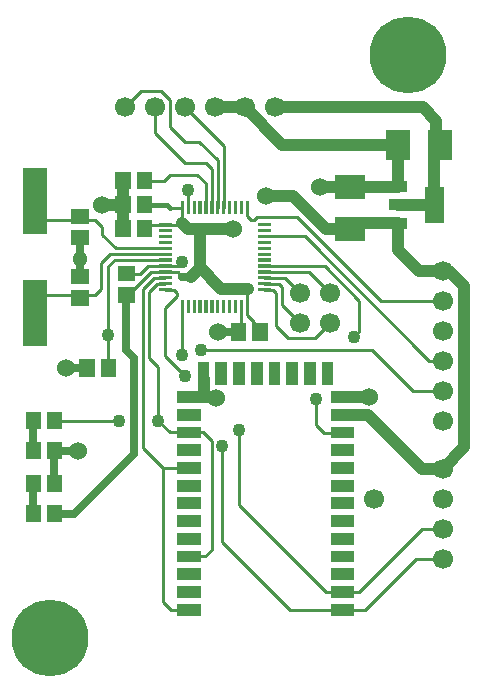
<source format=gbr>
G04 start of page 2 for group 0 idx 0 *
G04 Title: (unknown), component *
G04 Creator: pcb v4.1.3-ge2c36c29 *
G04 CreationDate: Sun Jul 18 18:04:05 2021 UTC *
G04 For: p *
G04 Format: Gerber/RS-274X *
G04 PCB-Dimensions (mil): 6000.00 5000.00 *
G04 PCB-Coordinate-Origin: lower left *
%MOIN*%
%FSLAX25Y25*%
%LNTOP*%
%ADD26C,0.0394*%
%ADD25C,0.1220*%
%ADD24C,0.0354*%
%ADD23C,0.0197*%
%ADD22C,0.2638*%
%ADD21C,0.2559*%
%ADD20C,0.0600*%
%ADD19C,0.0512*%
%ADD18C,0.0433*%
%ADD17C,0.0001*%
%ADD16C,0.0669*%
%ADD15C,0.0257*%
%ADD14C,0.0179*%
%ADD13C,0.0250*%
%ADD12C,0.0400*%
%ADD11C,0.0100*%
G54D11*X339500Y191000D02*X344500D01*
X327500Y185000D02*X344500D01*
X345000Y190906D02*X350406D01*
X345000Y185000D02*X352500D01*
X339500Y191000D02*X310500Y220000D01*
X350406Y190906D02*X371500Y212000D01*
X378500D01*
X352500Y185000D02*X369500Y202000D01*
X378500D01*
X305036Y207464D02*X327500Y185000D01*
X311359Y285859D02*Y278445D01*
X310414Y277500D01*
X313327Y285971D02*Y283173D01*
X315500Y281000D01*
Y279000D01*
X313327Y286343D02*Y291715D01*
G54D12*X304641Y292029D02*X313641D01*
G54D11*X313327Y291715D02*X313641Y292029D01*
X291674Y285971D02*Y269971D01*
G54D13*X303414Y277500D02*X310414D01*
G54D12*X354000Y255866D02*X345000D01*
X353625Y249961D02*X345000D01*
G54D11*X355000Y271457D02*X368457Y258000D01*
X336139Y255357D02*Y246695D01*
X338894Y243939D01*
X344013D01*
G54D12*X385586Y293000D02*Y239086D01*
X378500Y232000D01*
X371586D01*
X353625Y249961D01*
G54D11*X368457Y258000D02*X378500D01*
X319029Y297579D02*X333878D01*
X341000Y290457D01*
X319029Y295611D02*X325846D01*
X331000Y290457D01*
X319029Y293642D02*X323815D01*
X325000Y292457D01*
X339191Y299548D02*X350706Y288034D01*
Y277798D02*X348737Y275829D01*
X332499Y309390D02*X373889Y268000D01*
X378500D01*
X357826Y288000D02*X378692D01*
X325000Y292457D02*Y286457D01*
X323000Y290457D02*Y279457D01*
X325000Y286457D02*X331000Y280457D01*
X319029Y291674D02*X321783D01*
X323000Y290457D01*
X298000Y271457D02*X355000D01*
X323000Y279457D02*X327000Y275457D01*
X336000D01*
X341000Y280457D01*
X350706Y288034D02*Y277798D01*
X305452Y319029D02*Y339548D01*
X313326Y319029D02*Y316260D01*
X314586Y315000D01*
X315586D01*
X316586Y316000D01*
X305452Y339548D02*X292500Y352500D01*
G54D12*X312500D02*X325029Y339971D01*
G54D11*X282500Y344000D02*Y352500D01*
X287500Y355000D02*Y346000D01*
X292500Y341000D01*
X297330D01*
X285612Y328000D02*X287641Y330029D01*
G54D14*X286670Y320000D02*X287673Y318997D01*
G54D11*X291673D01*
X287641Y330029D02*X296641D01*
X299547Y327123D01*
Y319029D01*
G54D12*X319586Y323000D02*X328586D01*
G54D11*X316586Y316000D02*X329826D01*
X267484Y303484D02*X285971D01*
X265000Y310000D02*X269548Y305452D01*
X285971D01*
Y301515D02*X269058D01*
X267000Y299457D01*
X264484Y300484D02*X267484Y303484D01*
X242500Y290000D02*X262500D01*
X242500Y315000D02*X262500D01*
G54D13*X257500Y309000D02*Y296000D01*
G54D11*X262500Y290000D02*X264484Y291984D01*
Y300484D01*
G54D12*X265000Y320000D02*X271914D01*
G54D11*X262500Y315000D02*X265000Y312500D01*
Y310000D01*
X285938Y313326D02*X280326D01*
X279000Y312000D01*
X273000Y297000D02*X277586D01*
X280133Y299547D01*
G54D12*X325029Y339971D02*X362359D01*
X322500Y352500D02*X371830D01*
X363500Y326000D02*X347500D01*
X337500D02*X345500D01*
X363500Y319900D02*X375700D01*
Y338200D01*
X371830Y352500D02*X376359Y347971D01*
Y341971D01*
X363500Y326000D02*Y340000D01*
X375700Y338200D02*X377500Y340000D01*
X363500Y313800D02*X349300D01*
X347500Y312000D01*
X328586Y323000D02*X339586Y312000D01*
X346586D01*
G54D11*X319029Y299548D02*X339191D01*
X319029Y309390D02*X332499D01*
X329826Y316000D02*X357826Y288000D01*
G54D12*X370500Y298000D02*X363500Y305000D01*
Y313800D01*
X370500Y298000D02*X380586D01*
X385586Y293000D01*
G54D11*X303484Y319029D02*Y334846D01*
G54D12*X302500Y352500D02*X312500D01*
G54D11*X272500D02*X278000Y358000D01*
X284500D01*
X287500Y355000D01*
X301515Y319029D02*Y331985D01*
X293641Y325029D02*Y319029D01*
X301515Y331985D02*X299500Y334000D01*
X292500D01*
X282500Y344000D01*
X297330Y341000D02*X303484Y334846D01*
X279000Y328000D02*X285612D01*
G54D12*X308586Y312000D02*X293586D01*
X291586Y314000D01*
G54D11*X285971Y313326D02*X290912D01*
X291673Y319029D02*Y314087D01*
X290912Y313326D02*X291673Y314087D01*
G54D14*X279000Y320000D02*X286670D01*
G54D12*X271914Y328000D02*Y312000D01*
G54D11*X285971Y297578D02*X281078D01*
X285971Y295610D02*X282110D01*
X285971Y293641D02*X283141D01*
X281078Y297578D02*X277500Y294000D01*
X282110Y295610D02*X278500Y292000D01*
X283141Y293641D02*X280500Y291000D01*
G54D12*X297612Y312000D02*Y299000D01*
X294641Y296029D01*
G54D15*X291641D02*X293641D01*
G54D11*X290159Y299547D02*X291641Y301029D01*
G54D12*X297612Y299058D02*X304641Y292029D01*
G54D11*X286190Y297578D02*X290092D01*
X291641Y296029D01*
X290159Y299547D02*X280133D01*
X277500Y294000D02*X275500Y292000D01*
X285971Y291673D02*X288784D01*
X290000Y290457D01*
Y289457D01*
X285971Y285428D01*
G54D13*X273000Y271586D02*Y289914D01*
G54D11*X267000Y299457D02*Y265457D01*
X280500Y269000D02*Y291000D01*
X285971Y285428D02*Y269529D01*
G54D13*X275586Y269000D02*X273000Y271586D01*
X275586Y269000D02*Y237000D01*
G54D11*X249043Y248000D02*X270586D01*
G54D13*X253000Y265457D02*X259914D01*
X255586Y217000D02*X275586Y237000D01*
X256957Y238000D02*X249043D01*
Y227000D01*
Y217000D02*X255043D01*
X241957D02*Y227000D01*
Y238000D02*Y248000D01*
G54D11*X285971Y269529D02*X292500Y263000D01*
X283500Y248000D02*Y266000D01*
X278500Y292000D02*Y239000D01*
X285256Y232244D01*
X283500Y266000D02*X280500Y269000D01*
X283500Y248000D02*X287445Y244055D01*
G54D12*X293819Y255866D02*X302591D01*
X303000Y255457D01*
X298740Y261740D02*Y257540D01*
G54D11*X301493Y241183D02*X298621Y244055D01*
X287445D02*X298621D01*
X285256Y232244D02*X293819D01*
X310500Y245000D02*Y220000D01*
X305036Y239609D02*Y207464D01*
X301493Y204963D02*Y241183D01*
X285241Y232259D02*Y187487D01*
X287728Y185000D01*
X293819D01*
Y202717D02*X299246D01*
X301493Y204963D01*
G54D16*X378500Y298000D03*
Y288000D03*
Y278000D03*
X322500Y352500D03*
X312500D03*
X302500D03*
X292500D03*
X282500D03*
X272500D03*
X331000Y290457D03*
Y280457D03*
X341000D03*
Y290457D03*
X378500Y268000D03*
Y258000D03*
Y248000D03*
Y232000D03*
Y222000D03*
Y212000D03*
Y202000D03*
X355500Y222000D03*
G54D17*G36*
X274473Y322952D02*X269355D01*
Y317048D01*
X274473D01*
Y322952D01*
G37*
G36*
X281559D02*X276441D01*
Y317048D01*
X281559D01*
Y322952D01*
G37*
G36*
X270048Y299559D02*Y294441D01*
X275952D01*
Y299559D01*
X270048D01*
G37*
G36*
Y292473D02*Y287355D01*
X275952D01*
Y292473D01*
X270048D01*
G37*
G36*
X274473Y314952D02*X269355D01*
Y309048D01*
X274473D01*
Y314952D01*
G37*
G36*
X281559D02*X276441D01*
Y309048D01*
X281559D01*
Y314952D01*
G37*
G36*
X274473Y330952D02*X269355D01*
Y325048D01*
X274473D01*
Y330952D01*
G37*
G36*
X281559D02*X276441D01*
Y325048D01*
X281559D01*
Y330952D01*
G37*
G36*
X283721Y313877D02*Y312775D01*
X288221D01*
Y313877D01*
X283721D01*
G37*
G36*
Y311909D02*Y310807D01*
X288221D01*
Y311909D01*
X283721D01*
G37*
G36*
Y309940D02*Y308838D01*
X288221D01*
Y309940D01*
X283721D01*
G37*
G36*
Y307972D02*Y306870D01*
X288221D01*
Y307972D01*
X283721D01*
G37*
G36*
Y306003D02*Y304901D01*
X288221D01*
Y306003D01*
X283721D01*
G37*
G36*
Y304035D02*Y302933D01*
X288221D01*
Y304035D01*
X283721D01*
G37*
G36*
Y302066D02*Y300964D01*
X288221D01*
Y302066D01*
X283721D01*
G37*
G36*
X296161Y321279D02*X295059D01*
Y316779D01*
X296161D01*
Y321279D01*
G37*
G36*
X294192D02*X293090D01*
Y316779D01*
X294192D01*
Y321279D01*
G37*
G36*
X292224D02*X291122D01*
Y316779D01*
X292224D01*
Y321279D01*
G37*
G36*
X283721Y300098D02*Y298996D01*
X288221D01*
Y300098D01*
X283721D01*
G37*
G36*
Y298129D02*Y297027D01*
X288221D01*
Y298129D01*
X283721D01*
G37*
G36*
Y296161D02*Y295059D01*
X288221D01*
Y296161D01*
X283721D01*
G37*
G36*
Y294192D02*Y293090D01*
X288221D01*
Y294192D01*
X283721D01*
G37*
G36*
Y292224D02*Y291122D01*
X288221D01*
Y292224D01*
X283721D01*
G37*
G36*
X292225Y288221D02*X291123D01*
Y283721D01*
X292225D01*
Y288221D01*
G37*
G36*
X294193D02*X293091D01*
Y283721D01*
X294193D01*
Y288221D01*
G37*
G36*
X296162D02*X295060D01*
Y283721D01*
X296162D01*
Y288221D01*
G37*
G36*
X254548Y298559D02*Y293441D01*
X260452D01*
Y298559D01*
X254548D01*
G37*
G36*
Y291473D02*Y286355D01*
X260452D01*
Y291473D01*
X254548D01*
G37*
G36*
X246500Y294800D02*X238500D01*
Y272800D01*
X246500D01*
Y294800D01*
G37*
G36*
X269559Y268409D02*X264441D01*
Y262505D01*
X269559D01*
Y268409D01*
G37*
G36*
X262473D02*X257355D01*
Y262505D01*
X262473D01*
Y268409D01*
G37*
G36*
X254548Y311559D02*Y306441D01*
X260452D01*
Y311559D01*
X254548D01*
G37*
G36*
Y318645D02*Y313527D01*
X260452D01*
Y318645D01*
X254548D01*
G37*
G36*
X246500Y332200D02*X238500D01*
Y310200D01*
X246500D01*
Y332200D01*
G37*
G36*
X244516Y229952D02*X239398D01*
Y224048D01*
X244516D01*
Y229952D01*
G37*
G36*
X251602D02*X246484D01*
Y224048D01*
X251602D01*
Y229952D01*
G37*
G36*
X244516Y219952D02*X239398D01*
Y214048D01*
X244516D01*
Y219952D01*
G37*
G36*
X251602D02*X246484D01*
Y214048D01*
X251602D01*
Y219952D01*
G37*
G36*
X244516Y240952D02*X239398D01*
Y235048D01*
X244516D01*
Y240952D01*
G37*
G36*
X251602D02*X246484D01*
Y235048D01*
X251602D01*
Y240952D01*
G37*
G36*
X244516Y250952D02*X239398D01*
Y245048D01*
X244516D01*
Y250952D01*
G37*
G36*
X251602D02*X246484D01*
Y245048D01*
X251602D01*
Y250952D01*
G37*
G36*
X341063Y186969D02*Y183031D01*
X348937D01*
Y186969D01*
X341063D01*
G37*
G36*
Y192874D02*Y188937D01*
X348937D01*
Y192874D01*
X341063D01*
G37*
G36*
Y198780D02*Y194843D01*
X348937D01*
Y198780D01*
X341063D01*
G37*
G36*
Y204685D02*Y200748D01*
X348937D01*
Y204685D01*
X341063D01*
G37*
G36*
Y210591D02*Y206654D01*
X348937D01*
Y210591D01*
X341063D01*
G37*
G36*
Y216496D02*Y212559D01*
X348937D01*
Y216496D01*
X341063D01*
G37*
G36*
Y222402D02*Y218465D01*
X348937D01*
Y222402D01*
X341063D01*
G37*
G36*
Y228307D02*Y224370D01*
X348937D01*
Y228307D01*
X341063D01*
G37*
G36*
Y234213D02*Y230276D01*
X348937D01*
Y234213D01*
X341063D01*
G37*
G36*
Y240118D02*Y236181D01*
X348937D01*
Y240118D01*
X341063D01*
G37*
G36*
Y246024D02*Y242087D01*
X348937D01*
Y246024D01*
X341063D01*
G37*
G36*
Y251929D02*Y247992D01*
X348937D01*
Y251929D01*
X341063D01*
G37*
G36*
Y257835D02*Y253898D01*
X348937D01*
Y257835D01*
X341063D01*
G37*
G36*
X289882D02*Y253898D01*
X297756D01*
Y257835D01*
X289882D01*
G37*
G36*
Y251929D02*Y247992D01*
X297756D01*
Y251929D01*
X289882D01*
G37*
G36*
Y246024D02*Y242087D01*
X297756D01*
Y246024D01*
X289882D01*
G37*
G36*
Y240118D02*Y236181D01*
X297756D01*
Y240118D01*
X289882D01*
G37*
G36*
Y234213D02*Y230276D01*
X297756D01*
Y234213D01*
X289882D01*
G37*
G36*
Y228307D02*Y224370D01*
X297756D01*
Y228307D01*
X289882D01*
G37*
G36*
Y222402D02*Y218465D01*
X297756D01*
Y222402D01*
X289882D01*
G37*
G36*
Y216496D02*Y212559D01*
X297756D01*
Y216496D01*
X289882D01*
G37*
G36*
Y210591D02*Y206654D01*
X297756D01*
Y210591D01*
X289882D01*
G37*
G36*
Y204685D02*Y200748D01*
X297756D01*
Y204685D01*
X289882D01*
G37*
G36*
Y198780D02*Y194843D01*
X297756D01*
Y198780D01*
X289882D01*
G37*
G36*
Y192874D02*Y188937D01*
X297756D01*
Y192874D01*
X289882D01*
G37*
G36*
Y186969D02*Y183031D01*
X297756D01*
Y186969D01*
X289882D01*
G37*
G36*
X342047Y267677D02*X338110D01*
Y259803D01*
X342047D01*
Y267677D01*
G37*
G36*
X336142D02*X332205D01*
Y259803D01*
X336142D01*
Y267677D01*
G37*
G36*
X330236D02*X326299D01*
Y259803D01*
X330236D01*
Y267677D01*
G37*
G36*
X324331D02*X320394D01*
Y259803D01*
X324331D01*
Y267677D01*
G37*
G36*
X312520D02*X308583D01*
Y259803D01*
X312520D01*
Y267677D01*
G37*
G36*
X306614D02*X302677D01*
Y259803D01*
X306614D01*
Y267677D01*
G37*
G36*
X300709D02*X296772D01*
Y259803D01*
X300709D01*
Y267677D01*
G37*
G36*
X318425D02*X314488D01*
Y259803D01*
X318425D01*
Y267677D01*
G37*
G36*
X312973Y280452D02*X307855D01*
Y274548D01*
X312973D01*
Y280452D01*
G37*
G36*
X320059D02*X314941D01*
Y274548D01*
X320059D01*
Y280452D01*
G37*
G36*
X298130Y288221D02*X297028D01*
Y283721D01*
X298130D01*
Y288221D01*
G37*
G36*
X300099D02*X298997D01*
Y283721D01*
X300099D01*
Y288221D01*
G37*
G36*
X302067D02*X300965D01*
Y283721D01*
X302067D01*
Y288221D01*
G37*
G36*
X304036D02*X302934D01*
Y283721D01*
X304036D01*
Y288221D01*
G37*
G36*
X306004D02*X304902D01*
Y283721D01*
X306004D01*
Y288221D01*
G37*
G36*
X307973D02*X306871D01*
Y283721D01*
X307973D01*
Y288221D01*
G37*
G36*
X309941D02*X308839D01*
Y283721D01*
X309941D01*
Y288221D01*
G37*
G36*
X311910D02*X310808D01*
Y283721D01*
X311910D01*
Y288221D01*
G37*
G36*
X313878D02*X312776D01*
Y283721D01*
X313878D01*
Y288221D01*
G37*
G36*
X316779Y292225D02*Y291123D01*
X321279D01*
Y292225D01*
X316779D01*
G37*
G36*
Y294193D02*Y293091D01*
X321279D01*
Y294193D01*
X316779D01*
G37*
G36*
Y296162D02*Y295060D01*
X321279D01*
Y296162D01*
X316779D01*
G37*
G36*
Y298130D02*Y297028D01*
X321279D01*
Y298130D01*
X316779D01*
G37*
G36*
Y300099D02*Y298997D01*
X321279D01*
Y300099D01*
X316779D01*
G37*
G36*
Y302067D02*Y300965D01*
X321279D01*
Y302067D01*
X316779D01*
G37*
G36*
Y304036D02*Y302934D01*
X321279D01*
Y304036D01*
X316779D01*
G37*
G36*
Y306004D02*Y304902D01*
X321279D01*
Y306004D01*
X316779D01*
G37*
G36*
Y307973D02*Y306871D01*
X321279D01*
Y307973D01*
X316779D01*
G37*
G36*
Y309941D02*Y308839D01*
X321279D01*
Y309941D01*
X316779D01*
G37*
G36*
Y311910D02*Y310808D01*
X321279D01*
Y311910D01*
X316779D01*
G37*
G36*
Y313878D02*Y312776D01*
X321279D01*
Y313878D01*
X316779D01*
G37*
G36*
X342500Y316000D02*Y308000D01*
X352500D01*
Y316000D01*
X342500D01*
G37*
G36*
Y330000D02*Y322000D01*
X352500D01*
Y330000D01*
X342500D01*
G37*
G36*
X313877Y321279D02*X312775D01*
Y316779D01*
X313877D01*
Y321279D01*
G37*
G36*
X311909D02*X310807D01*
Y316779D01*
X311909D01*
Y321279D01*
G37*
G36*
X309940D02*X308838D01*
Y316779D01*
X309940D01*
Y321279D01*
G37*
G36*
X307972D02*X306870D01*
Y316779D01*
X307972D01*
Y321279D01*
G37*
G36*
X306003D02*X304901D01*
Y316779D01*
X306003D01*
Y321279D01*
G37*
G36*
X304035D02*X302933D01*
Y316779D01*
X304035D01*
Y321279D01*
G37*
G36*
X302066D02*X300964D01*
Y316779D01*
X302066D01*
Y321279D01*
G37*
G36*
X300098D02*X298996D01*
Y316779D01*
X300098D01*
Y321279D01*
G37*
G36*
X298129D02*X297027D01*
Y316779D01*
X298129D01*
Y321279D01*
G37*
G36*
X360450Y327850D02*Y324150D01*
X366550D01*
Y327850D01*
X360450D01*
G37*
G36*
Y321750D02*Y318050D01*
X366550D01*
Y321750D01*
X360450D01*
G37*
G36*
Y315650D02*Y311950D01*
X366550D01*
Y315650D01*
X360450D01*
G37*
G36*
X378750Y325950D02*X372650D01*
Y313850D01*
X378750D01*
Y325950D01*
G37*
G36*
X381500Y345000D02*X373500D01*
Y335000D01*
X381500D01*
Y345000D01*
G37*
G36*
X367500D02*X359500D01*
Y335000D01*
X367500D01*
Y345000D01*
G37*
G54D18*X291641Y301029D03*
G54D19*X257500Y302000D03*
G54D20*X265000Y320000D03*
G54D18*X293641Y325029D03*
G54D21*X247500Y175511D03*
G54D18*X310500Y245000D03*
X305036Y239609D03*
G54D20*X354000Y255866D03*
G54D18*X336139Y255357D03*
G54D20*X303000Y255457D03*
G54D18*X298000Y271457D03*
G54D20*X303414Y277500D03*
G54D18*X292500Y263000D03*
X291674Y269971D03*
X283500Y248000D03*
X270586D03*
G54D20*X253000Y265457D03*
X256957Y238000D03*
G54D18*X267000Y276457D03*
X348737Y275829D03*
G54D21*X366791Y370000D03*
G54D20*X337500Y326000D03*
X319586Y323000D03*
X308586Y312000D03*
G54D22*G54D23*G54D24*G54D23*G54D25*G54D22*G54D23*G54D24*G54D23*G54D24*G54D23*G54D24*G54D23*G54D24*G54D23*G54D25*G54D24*G54D26*M02*

</source>
